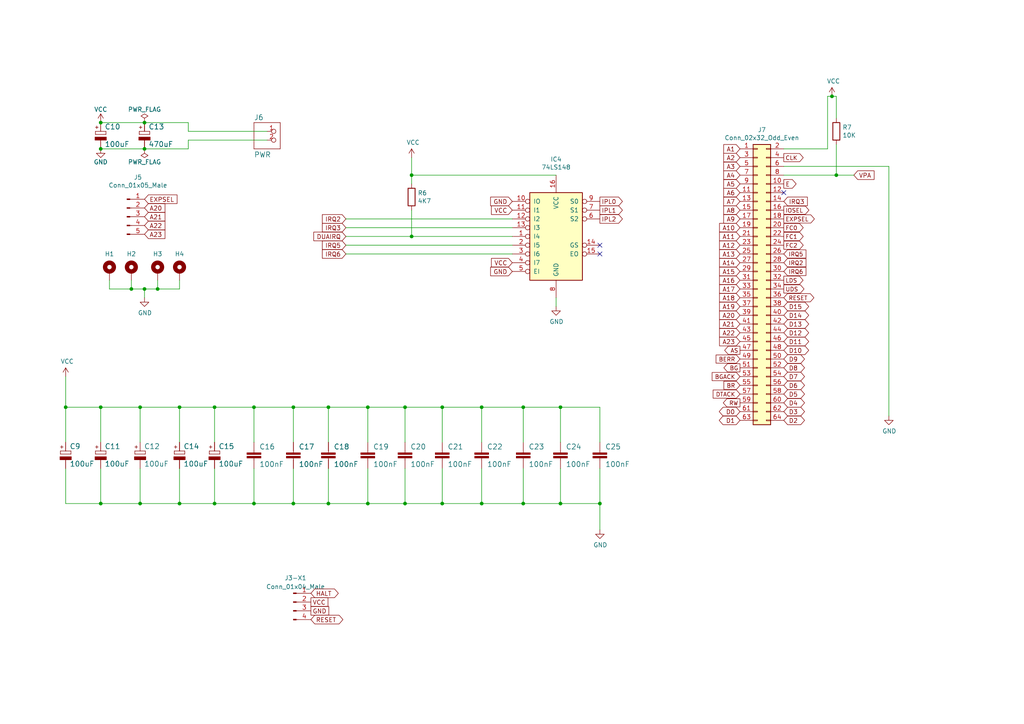
<source format=kicad_sch>
(kicad_sch (version 20230121) (generator eeschema)
  (paper "A4")
  (title_block (title "ROSCO_M68K MC68030 MINI EDITION") (date "2024-02-04") (rev "0") (company "The Really Old-School Company Limited") (comment 2 "See https://github.com/roscopeco/rosco_m68k/blob/master/LICENCE.hardware.txt") (comment 3 "Open Source Hardware licenced under CERN Open Hardware Licence") (comment 4 "Copyright 2024 Ross Bamford and Contributors"))
  (lib_symbols
    (symbol "74xx:74LS148" (pin_names (offset 1.016))
      (property "Reference" "U" (at -7.62 13.97 0))
      (property "Value" "74LS148" (at -7.62 -13.97 0))
      (symbol "74LS148_1_0"
        (pin input inverted (at -12.7 0 0) (length 5.08) (name "I4") (number "1"))
        (pin input inverted (at -12.7 10.16 0) (length 5.08) (name "IO") (number "10"))
        (pin input inverted (at -12.7 7.62 0) (length 5.08) (name "I1") (number "11"))
        (pin input inverted (at -12.7 5.08 0) (length 5.08) (name "I2") (number "12"))
        (pin input inverted (at -12.7 2.54 0) (length 5.08) (name "I3") (number "13"))
        (pin output inverted (at 12.7 -2.54 180) (length 5.08) (name "GS") (number "14"))
        (pin output inverted (at 12.7 -5.08 180) (length 5.08) (name "EO") (number "15"))
        (pin power_in line (at 0 17.78 270) (length 5.08) (name "VCC") (number "16"))
        (pin input inverted (at -12.7 -2.54 0) (length 5.08) (name "I5") (number "2"))
        (pin input inverted (at -12.7 -5.08 0) (length 5.08) (name "I6") (number "3"))
        (pin input inverted (at -12.7 -7.62 0) (length 5.08) (name "I7") (number "4"))
        (pin input inverted (at -12.7 -10.16 0) (length 5.08) (name "EI") (number "5"))
        (pin output inverted (at 12.7 5.08 180) (length 5.08) (name "S2") (number "6"))
        (pin output inverted (at 12.7 7.62 180) (length 5.08) (name "S1") (number "7"))
        (pin power_in line (at 0 -17.78 90) (length 5.08) (name "GND") (number "8"))
        (pin output inverted (at 12.7 10.16 180) (length 5.08) (name "S0") (number "9"))
      )
      (symbol "74LS148_1_1"
        (rectangle (start -7.62 12.7) (end 7.62 -12.7) (stroke (width 0.254)) (fill (type background)))
      )
    )
    (symbol "Connector:Conn_01x04_Pin" (pin_names (offset 1.016) hide)
      (property "Reference" "J" (at 0 5.08 0))
      (property "Value" "Conn_01x04_Pin" (at 0 -7.62 0))
      (symbol "Conn_01x04_Pin_1_1"
        (polyline (pts (xy 1.27 -5.08) (xy 0.8636 -5.08)) (stroke (width 0.1524)))
        (polyline (pts (xy 1.27 -2.54) (xy 0.8636 -2.54)) (stroke (width 0.1524)))
        (polyline (pts (xy 1.27 0) (xy 0.8636 0)) (stroke (width 0.1524)))
        (polyline (pts (xy 1.27 2.54) (xy 0.8636 2.54)) (stroke (width 0.1524)))
        (rectangle (start 0.8636 -4.953) (end 0 -5.207) (stroke (width 0.1524)) (fill (type outline)))
        (rectangle (start 0.8636 -2.413) (end 0 -2.667) (stroke (width 0.1524)) (fill (type outline)))
        (rectangle (start 0.8636 0.127) (end 0 -0.127) (stroke (width 0.1524)) (fill (type outline)))
        (rectangle (start 0.8636 2.667) (end 0 2.413) (stroke (width 0.1524)) (fill (type outline)))
        (pin passive line (at 5.08 2.54 180) (length 3.81) (name "Pin_1") (number "1"))
        (pin passive line (at 5.08 0 180) (length 3.81) (name "Pin_2") (number "2"))
        (pin passive line (at 5.08 -2.54 180) (length 3.81) (name "Pin_3") (number "3"))
        (pin passive line (at 5.08 -5.08 180) (length 3.81) (name "Pin_4") (number "4"))
      )
    )
    (symbol "Connector:Conn_01x05_Pin" (pin_names (offset 1.016) hide)
      (property "Reference" "J" (at 0 7.62 0))
      (property "Value" "Conn_01x05_Pin" (at 0 -7.62 0))
      (symbol "Conn_01x05_Pin_1_1"
        (polyline (pts (xy 1.27 -5.08) (xy 0.8636 -5.08)) (stroke (width 0.1524)))
        (polyline (pts (xy 1.27 -2.54) (xy 0.8636 -2.54)) (stroke (width 0.1524)))
        (polyline (pts (xy 1.27 0) (xy 0.8636 0)) (stroke (width 0.1524)))
        (polyline (pts (xy 1.27 2.54) (xy 0.8636 2.54)) (stroke (width 0.1524)))
        (polyline (pts (xy 1.27 5.08) (xy 0.8636 5.08)) (stroke (width 0.1524)))
        (rectangle (start 0.8636 -4.953) (end 0 -5.207) (stroke (width 0.1524)) (fill (type outline)))
        (rectangle (start 0.8636 -2.413) (end 0 -2.667) (stroke (width 0.1524)) (fill (type outline)))
        (rectangle (start 0.8636 0.127) (end 0 -0.127) (stroke (width 0.1524)) (fill (type outline)))
        (rectangle (start 0.8636 2.667) (end 0 2.413) (stroke (width 0.1524)) (fill (type outline)))
        (rectangle (start 0.8636 5.207) (end 0 4.953) (stroke (width 0.1524)) (fill (type outline)))
        (pin passive line (at 5.08 5.08 180) (length 3.81) (name "Pin_1") (number "1"))
        (pin passive line (at 5.08 2.54 180) (length 3.81) (name "Pin_2") (number "2"))
        (pin passive line (at 5.08 0 180) (length 3.81) (name "Pin_3") (number "3"))
        (pin passive line (at 5.08 -2.54 180) (length 3.81) (name "Pin_4") (number "4"))
        (pin passive line (at 5.08 -5.08 180) (length 3.81) (name "Pin_5") (number "5"))
      )
    )
    (symbol "Connector_Generic:Conn_02x32_Odd_Even" (pin_names (offset 1.016) hide)
      (property "Reference" "J" (at 1.27 40.64 0))
      (property "Value" "Conn_02x32_Odd_Even" (at 1.27 -43.18 0))
      (symbol "Conn_02x32_Odd_Even_1_1"
        (rectangle (start -1.27 -40.513) (end 0 -40.767) (stroke (width 0.1524)))
        (rectangle (start -1.27 -37.973) (end 0 -38.227) (stroke (width 0.1524)))
        (rectangle (start -1.27 -35.433) (end 0 -35.687) (stroke (width 0.1524)))
        (rectangle (start -1.27 -32.893) (end 0 -33.147) (stroke (width 0.1524)))
        (rectangle (start -1.27 -30.353) (end 0 -30.607) (stroke (width 0.1524)))
        (rectangle (start -1.27 -27.813) (end 0 -28.067) (stroke (width 0.1524)))
        (rectangle (start -1.27 -25.273) (end 0 -25.527) (stroke (width 0.1524)))
        (rectangle (start -1.27 -22.733) (end 0 -22.987) (stroke (width 0.1524)))
        (rectangle (start -1.27 -20.193) (end 0 -20.447) (stroke (width 0.1524)))
        (rectangle (start -1.27 -17.653) (end 0 -17.907) (stroke (width 0.1524)))
        (rectangle (start -1.27 -15.113) (end 0 -15.367) (stroke (width 0.1524)))
        (rectangle (start -1.27 -12.573) (end 0 -12.827) (stroke (width 0.1524)))
        (rectangle (start -1.27 -10.033) (end 0 -10.287) (stroke (width 0.1524)))
        (rectangle (start -1.27 -7.493) (end 0 -7.747) (stroke (width 0.1524)))
        (rectangle (start -1.27 -4.953) (end 0 -5.207) (stroke (width 0.1524)))
        (rectangle (start -1.27 -2.413) (end 0 -2.667) (stroke (width 0.1524)))
        (rectangle (start -1.27 0.127) (end 0 -0.127) (stroke (width 0.1524)))
        (rectangle (start -1.27 2.667) (end 0 2.413) (stroke (width 0.1524)))
        (rectangle (start -1.27 5.207) (end 0 4.953) (stroke (width 0.1524)))
        (rectangle (start -1.27 7.747) (end 0 7.493) (stroke (width 0.1524)))
        (rectangle (start -1.27 10.287) (end 0 10.033) (stroke (width 0.1524)))
        (rectangle (start -1.27 12.827) (end 0 12.573) (stroke (width 0.1524)))
        (rectangle (start -1.27 15.367) (end 0 15.113) (stroke (width 0.1524)))
        (rectangle (start -1.27 17.907) (end 0 17.653) (stroke (width 0.1524)))
        (rectangle (start -1.27 20.447) (end 0 20.193) (stroke (width 0.1524)))
        (rectangle (start -1.27 22.987) (end 0 22.733) (stroke (width 0.1524)))
        (rectangle (start -1.27 25.527) (end 0 25.273) (stroke (width 0.1524)))
        (rectangle (start -1.27 28.067) (end 0 27.813) (stroke (width 0.1524)))
        (rectangle (start -1.27 30.607) (end 0 30.353) (stroke (width 0.1524)))
        (rectangle (start -1.27 33.147) (end 0 32.893) (stroke (width 0.1524)))
        (rectangle (start -1.27 35.687) (end 0 35.433) (stroke (width 0.1524)))
        (rectangle (start -1.27 38.227) (end 0 37.973) (stroke (width 0.1524)))
        (rectangle (start -1.27 39.37) (end 3.81 -41.91) (stroke (width 0.254)) (fill (type background)))
        (rectangle (start 3.81 -40.513) (end 2.54 -40.767) (stroke (width 0.1524)))
        (rectangle (start 3.81 -37.973) (end 2.54 -38.227) (stroke (width 0.1524)))
        (rectangle (start 3.81 -35.433) (end 2.54 -35.687) (stroke (width 0.1524)))
        (rectangle (start 3.81 -32.893) (end 2.54 -33.147) (stroke (width 0.1524)))
        (rectangle (start 3.81 -30.353) (end 2.54 -30.607) (stroke (width 0.1524)))
        (rectangle (start 3.81 -27.813) (end 2.54 -28.067) (stroke (width 0.1524)))
        (rectangle (start 3.81 -25.273) (end 2.54 -25.527) (stroke (width 0.1524)))
        (rectangle (start 3.81 -22.733) (end 2.54 -22.987) (stroke (width 0.1524)))
        (rectangle (start 3.81 -20.193) (end 2.54 -20.447) (stroke (width 0.1524)))
        (rectangle (start 3.81 -17.653) (end 2.54 -17.907) (stroke (width 0.1524)))
        (rectangle (start 3.81 -15.113) (end 2.54 -15.367) (stroke (width 0.1524)))
        (rectangle (start 3.81 -12.573) (end 2.54 -12.827) (stroke (width 0.1524)))
        (rectangle (start 3.81 -10.033) (end 2.54 -10.287) (stroke (width 0.1524)))
        (rectangle (start 3.81 -7.493) (end 2.54 -7.747) (stroke (width 0.1524)))
        (rectangle (start 3.81 -4.953) (end 2.54 -5.207) (stroke (width 0.1524)))
        (rectangle (start 3.81 -2.413) (end 2.54 -2.667) (stroke (width 0.1524)))
        (rectangle (start 3.81 0.127) (end 2.54 -0.127) (stroke (width 0.1524)))
        (rectangle (start 3.81 2.667) (end 2.54 2.413) (stroke (width 0.1524)))
        (rectangle (start 3.81 5.207) (end 2.54 4.953) (stroke (width 0.1524)))
        (rectangle (start 3.81 7.747) (end 2.54 7.493) (stroke (width 0.1524)))
        (rectangle (start 3.81 10.287) (end 2.54 10.033) (stroke (width 0.1524)))
        (rectangle (start 3.81 12.827) (end 2.54 12.573) (stroke (width 0.1524)))
        (rectangle (start 3.81 15.367) (end 2.54 15.113) (stroke (width 0.1524)))
        (rectangle (start 3.81 17.907) (end 2.54 17.653) (stroke (width 0.1524)))
        (rectangle (start 3.81 20.447) (end 2.54 20.193) (stroke (width 0.1524)))
        (rectangle (start 3.81 22.987) (end 2.54 22.733) (stroke (width 0.1524)))
        (rectangle (start 3.81 25.527) (end 2.54 25.273) (stroke (width 0.1524)))
        (rectangle (start 3.81 28.067) (end 2.54 27.813) (stroke (width 0.1524)))
        (rectangle (start 3.81 30.607) (end 2.54 30.353) (stroke (width 0.1524)))
        (rectangle (start 3.81 33.147) (end 2.54 32.893) (stroke (width 0.1524)))
        (rectangle (start 3.81 35.687) (end 2.54 35.433) (stroke (width 0.1524)))
        (rectangle (start 3.81 38.227) (end 2.54 37.973) (stroke (width 0.1524)))
        (pin passive line (at -5.08 38.1 0) (length 3.81) (name "Pin_1") (number "1"))
        (pin passive line (at 7.62 27.94 180) (length 3.81) (name "Pin_10") (number "10"))
        (pin passive line (at -5.08 25.4 0) (length 3.81) (name "Pin_11") (number "11"))
        (pin passive line (at 7.62 25.4 180) (length 3.81) (name "Pin_12") (number "12"))
        (pin passive line (at -5.08 22.86 0) (length 3.81) (name "Pin_13") (number "13"))
        (pin passive line (at 7.62 22.86 180) (length 3.81) (name "Pin_14") (number "14"))
        (pin passive line (at -5.08 20.32 0) (length 3.81) (name "Pin_15") (number "15"))
        (pin passive line (at 7.62 20.32 180) (length 3.81) (name "Pin_16") (number "16"))
        (pin passive line (at -5.08 17.78 0) (length 3.81) (name "Pin_17") (number "17"))
        (pin passive line (at 7.62 17.78 180) (length 3.81) (name "Pin_18") (number "18"))
        (pin passive line (at -5.08 15.24 0) (length 3.81) (name "Pin_19") (number "19"))
        (pin passive line (at 7.62 38.1 180) (length 3.81) (name "Pin_2") (number "2"))
        (pin passive line (at 7.62 15.24 180) (length 3.81) (name "Pin_20") (number "20"))
        (pin passive line (at -5.08 12.7 0) (length 3.81) (name "Pin_21") (number "21"))
        (pin passive line (at 7.62 12.7 180) (length 3.81) (name "Pin_22") (number "22"))
        (pin passive line (at -5.08 10.16 0) (length 3.81) (name "Pin_23") (number "23"))
        (pin passive line (at 7.62 10.16 180) (length 3.81) (name "Pin_24") (number "24"))
        (pin passive line (at -5.08 7.62 0) (length 3.81) (name "Pin_25") (number "25"))
        (pin passive line (at 7.62 7.62 180) (length 3.81) (name "Pin_26") (number "26"))
        (pin passive line (at -5.08 5.08 0) (length 3.81) (name "Pin_27") (number "27"))
        (pin passive line (at 7.62 5.08 180) (length 3.81) (name "Pin_28") (number "28"))
        (pin passive line (at -5.08 2.54 0) (length 3.81) (name "Pin_29") (number "29"))
        (pin passive line (at -5.08 35.56 0) (length 3.81) (name "Pin_3") (number "3"))
        (pin passive line (at 7.62 2.54 180) (length 3.81) (name "Pin_30") (number "30"))
        (pin passive line (at -5.08 0 0) (length 3.81) (name "Pin_31") (number "31"))
        (pin passive line (at 7.62 0 180) (length 3.81) (name "Pin_32") (number "32"))
        (pin passive line (at -5.08 -2.54 0) (length 3.81) (name "Pin_33") (number "33"))
        (pin passive line (at 7.62 -2.54 180) (length 3.81) (name "Pin_34") (number "34"))
        (pin passive line (at -5.08 -5.08 0) (length 3.81) (name "Pin_35") (number "35"))
        (pin passive line (at 7.62 -5.08 180) (length 3.81) (name "Pin_36") (number "36"))
        (pin passive line (at -5.08 -7.62 0) (length 3.81) (name "Pin_37") (number "37"))
        (pin passive line (at 7.62 -7.62 180) (length 3.81) (name "Pin_38") (number "38"))
        (pin passive line (at -5.08 -10.16 0) (length 3.81) (name "Pin_39") (number "39"))
        (pin passive line (at 7.62 35.56 180) (length 3.81) (name "Pin_4") (number "4"))
        (pin passive line (at 7.62 -10.16 180) (length 3.81) (name "Pin_40") (number "40"))
        (pin passive line (at -5.08 -12.7 0) (length 3.81) (name "Pin_41") (number "41"))
        (pin passive line (at 7.62 -12.7 180) (length 3.81) (name "Pin_42") (number "42"))
        (pin passive line (at -5.08 -15.24 0) (length 3.81) (name "Pin_43") (number "43"))
        (pin passive line (at 7.62 -15.24 180) (length 3.81) (name "Pin_44") (number "44"))
        (pin passive line (at -5.08 -17.78 0) (length 3.81) (name "Pin_45") (number "45"))
        (pin passive line (at 7.62 -17.78 180) (length 3.81) (name "Pin_46") (number "46"))
        (pin passive line (at -5.08 -20.32 0) (length 3.81) (name "Pin_47") (number "47"))
        (pin passive line (at 7.62 -20.32 180) (length 3.81) (name "Pin_48") (number "48"))
        (pin passive line (at -5.08 -22.86 0) (length 3.81) (name "Pin_49") (number "49"))
        (pin passive line (at -5.08 33.02 0) (length 3.81) (name "Pin_5") (number "5"))
        (pin passive line (at 7.62 -22.86 180) (length 3.81) (name "Pin_50") (number "50"))
        (pin passive line (at -5.08 -25.4 0) (length 3.81) (name "Pin_51") (number "51"))
        (pin passive line (at 7.62 -25.4 180) (length 3.81) (name "Pin_52") (number "52"))
        (pin passive line (at -5.08 -27.94 0) (length 3.81) (name "Pin_53") (number "53"))
        (pin passive line (at 7.62 -27.94 180) (length 3.81) (name "Pin_54") (number "54"))
        (pin passive line (at -5.08 -30.48 0) (length 3.81) (name "Pin_55") (number "55"))
        (pin passive line (at 7.62 -30.48 180) (length 3.81) (name "Pin_56") (number "56"))
        (pin passive line (at -5.08 -33.02 0) (length 3.81) (name "Pin_57") (number "57"))
        (pin passive line (at 7.62 -33.02 180) (length 3.81) (name "Pin_58") (number "58"))
        (pin passive line (at -5.08 -35.56 0) (length 3.81) (name "Pin_59") (number "59"))
        (pin passive line (at 7.62 33.02 180) (length 3.81) (name "Pin_6") (number "6"))
        (pin passive line (at 7.62 -35.56 180) (length 3.81) (name "Pin_60") (number "60"))
        (pin passive line (at -5.08 -38.1 0) (length 3.81) (name "Pin_61") (number "61"))
        (pin passive line (at 7.62 -38.1 180) (length 3.81) (name "Pin_62") (number "62"))
        (pin passive line (at -5.08 -40.64 0) (length 3.81) (name "Pin_63") (number "63"))
        (pin passive line (at 7.62 -40.64 180) (length 3.81) (name "Pin_64") (number "64"))
        (pin passive line (at -5.08 30.48 0) (length 3.81) (name "Pin_7") (number "7"))
        (pin passive line (at 7.62 30.48 180) (length 3.81) (name "Pin_8") (number "8"))
        (pin passive line (at -5.08 27.94 0) (length 3.81) (name "Pin_9") (number "9"))
      )
    )
    (symbol "Device:R" (pin_numbers hide) (pin_names (offset 0))
      (property "Reference" "R" (at 2.032 0 90))
      (property "Value" "R" (at 0 0 90))
      (symbol "R_0_1"
        (rectangle (start -1.016 -2.54) (end 1.016 2.54) (stroke (width 0.254)))
      )
      (symbol "R_1_1"
        (pin passive line (at 0 3.81 270) (length 1.27) (name "~") (number "1"))
        (pin passive line (at 0 -3.81 90) (length 1.27) (name "~") (number "2"))
      )
    )
    (symbol "Mechanical:MountingHole_Pad" (pin_numbers hide) (pin_names (offset 1.016) hide)
      (property "Reference" "H" (at 0 6.35 0))
      (property "Value" "MountingHole_Pad" (at 0 4.445 0))
      (symbol "MountingHole_Pad_0_1"
        (circle (center 0 1.27) (radius 1.27) (stroke (width 1.27)))
      )
      (symbol "MountingHole_Pad_1_1"
        (pin input line (at 0 -2.54 90) (length 2.54) (name "1") (number "1"))
      )
    )
    (symbol "power:GND" (power) (pin_names (offset 0))
      (property "Value" "GND" (at 0 -3.81 0))
      (symbol "GND_0_1"
        (polyline (pts (xy 0 0) (xy 0 -1.27) (xy 1.27 -1.27) (xy 0 -2.54) (xy -1.27 -1.27) (xy 0 -1.27)))
      )
      (symbol "GND_1_1"
        (pin power_in line (at 0 0 270) (length 0) hide (name "GND") (number "1"))
      )
    )
    (symbol "power:PWR_FLAG" (power) (pin_numbers hide) (pin_names (offset 0) hide)
      (property "Value" "PWR_FLAG" (at 0 3.81 0))
      (symbol "PWR_FLAG_0_0"
        (pin power_out line (at 0 0 90) (length 0) (name "pwr") (number "1"))
      )
      (symbol "PWR_FLAG_0_1"
        (polyline (pts (xy 0 0) (xy 0 1.27) (xy -1.016 1.905) (xy 0 2.54) (xy 1.016 1.905) (xy 0 1.27)))
      )
    )
    (symbol "power:VCC" (power) (pin_names (offset 0))
      (property "Value" "VCC" (at 0 3.81 0))
      (symbol "VCC_0_1"
        (polyline (pts (xy -0.762 1.27) (xy 0 2.54)))
        (polyline (pts (xy 0 0) (xy 0 2.54)))
        (polyline (pts (xy 0 2.54) (xy 0.762 1.27)))
      )
      (symbol "VCC_1_1"
        (pin power_in line (at 0 0 90) (length 0) hide (name "VCC") (number "1"))
      )
    )
    (symbol "rosco_m68k-eagle-import:C2,5-3" (pin_names (offset 1.016))
      (property "Reference" "C" (at 1.524 0.381 0))
      (property "Value" "C2,5-3" (at 1.524 -4.699 0))
      (symbol "C2,5-3_1_0"
        (rectangle (start -2.032 -2.032) (end 2.032 -1.524) (fill (type outline)))
        (rectangle (start -2.032 -1.016) (end 2.032 -0.508) (fill (type outline)))
        (polyline (pts (xy 0 -2.54) (xy 0 -2.032)))
        (polyline (pts (xy 0 0) (xy 0 -0.508)))
        (pin passive line (at 0 2.54 270) (length 2.54) (name "1") (number "1"))
        (pin passive line (at 0 -5.08 90) (length 2.54) (name "2") (number "2"))
      )
    )
    (symbol "rosco_m68k-eagle-import:CPOL-EUE2.5-5" (pin_names (offset 1.016))
      (property "Reference" "C" (at 1.143 0.4826 0))
      (property "Value" "CPOL-EUE2.5-5" (at 1.143 -4.5974 0))
      (symbol "CPOL-EUE2.5-5_1_0"
        (rectangle (start -1.651 -2.54) (end 1.651 -1.651) (fill (type outline)))
        (polyline (pts (xy -1.524 -0.889) (xy 1.524 -0.889)))
        (polyline (pts (xy -1.524 0) (xy -1.524 -0.889)))
        (polyline (pts (xy -1.524 0) (xy 1.524 0)))
        (polyline (pts (xy 1.524 -0.889) (xy 1.524 0)))
        (text "+" (at -0.5842 0.4064 900) (effects (font (size 1.0668 1.0668)) (justify left bottom)))
        (pin passive line (at 0 2.54 270) (length 2.54) (name "+") (number "+"))
        (pin passive line (at 0 -5.08 90) (length 2.54) (name "-") (number "-"))
      )
    )
    (symbol "rosco_m68k-eagle-import:CPOL-EUE3.5-10" (pin_names (offset 1.016))
      (property "Reference" "C" (at 1.143 0.4826 0))
      (property "Value" "CPOL-EUE3.5-10" (at 1.143 -4.5974 0))
      (symbol "CPOL-EUE3.5-10_1_0"
        (rectangle (start -1.651 -2.54) (end 1.651 -1.651) (fill (type outline)))
        (polyline (pts (xy -1.524 -0.889) (xy 1.524 -0.889)))
        (polyline (pts (xy -1.524 0) (xy -1.524 -0.889)))
        (polyline (pts (xy -1.524 0) (xy 1.524 0)))
        (polyline (pts (xy 1.524 -0.889) (xy 1.524 0)))
        (text "+" (at -0.5842 0.4064 900) (effects (font (size 1.0668 1.0668)) (justify left bottom)))
        (pin passive line (at 0 2.54 270) (length 2.54) (name "+") (number "+"))
        (pin passive line (at 0 -5.08 90) (length 2.54) (name "-") (number "-"))
      )
    )
    (symbol "rosco_m68k-eagle-import:PINHD-1X2" (pin_names (offset 1.016))
      (property "Reference" "JP" (at -6.35 5.715 0))
      (property "Value" "PINHD-1X2" (at -6.35 -5.08 0))
      (symbol "PINHD-1X2_1_0"
        (polyline (pts (xy -6.35 -2.54) (xy 1.27 -2.54)))
        (polyline (pts (xy -6.35 5.08) (xy -6.35 -2.54)))
        (polyline (pts (xy 1.27 -2.54) (xy 1.27 5.08)))
        (polyline (pts (xy 1.27 5.08) (xy -6.35 5.08)))
        (pin passive inverted (at -2.54 2.54 0) (length 2.54) (name "1") (number "1"))
        (pin passive inverted (at -2.54 0 0) (length 2.54) (name "2") (number "2"))
      )
    )
  )
  (junction (at 38.1 83.82))
  (junction (at 52.07 146.05))
  (junction (at 151.765 118.11))
  (junction (at 106.68 146.05))
  (junction (at 85.09 118.11))
  (junction (at 119.38 68.58))
  (junction (at 41.91 43.18))
  (junction (at 139.7 118.11))
  (junction (at 241.3 27.94))
  (junction (at 173.99 146.05))
  (junction (at 95.25 146.05))
  (junction (at 242.57 50.8))
  (junction (at 106.68 118.11))
  (junction (at 73.66 118.11))
  (junction (at 52.07 118.11))
  (junction (at 128.27 118.11))
  (junction (at 19.05 118.11))
  (junction (at 117.475 118.11))
  (junction (at 29.21 146.05))
  (junction (at 162.56 118.11))
  (junction (at 151.765 146.05))
  (junction (at 29.21 43.18))
  (junction (at 85.09 146.05))
  (junction (at 45.72 83.82))
  (junction (at 119.38 50.8))
  (junction (at 117.475 146.05))
  (junction (at 139.7 146.05))
  (junction (at 41.91 35.56))
  (junction (at 73.66 146.05))
  (junction (at 40.64 118.11))
  (junction (at 29.21 118.11))
  (junction (at 29.21 35.56))
  (junction (at 162.56 146.05))
  (junction (at 62.23 146.05))
  (junction (at 40.64 146.05))
  (junction (at 41.91 83.82))
  (junction (at 128.27 146.05))
  (junction (at 95.25 118.11))
  (junction (at 62.23 118.11))
  (no_connect (at 173.99 73.66))
  (no_connect (at 173.99 71.12))
  (no_connect (at 227.33 55.88))
  (wire (pts (xy 19.05 109.22) (xy 19.05 118.11)))
  (wire (pts (xy 52.07 135.89) (xy 52.07 146.05)))
  (wire (pts (xy 119.38 45.72) (xy 119.38 50.8)))
  (wire (pts (xy 128.27 128.27) (xy 128.27 118.11)))
  (wire (pts (xy 41.91 83.82) (xy 41.91 86.36)))
  (wire (pts (xy 52.07 128.27) (xy 52.07 118.11)))
  (wire (pts (xy 173.99 135.89) (xy 173.99 146.05)))
  (wire (pts (xy 139.7 118.11) (xy 128.27 118.11)))
  (wire (pts (xy 117.475 135.89) (xy 117.475 146.05)))
  (wire (pts (xy 31.75 83.82) (xy 38.1 83.82)))
  (wire (pts (xy 73.66 118.11) (xy 73.66 128.27)))
  (wire (pts (xy 242.57 50.8) (xy 247.65 50.8)))
  (wire (pts (xy 119.38 53.34) (xy 119.38 50.8)))
  (wire (pts (xy 162.56 118.11) (xy 173.99 118.11)))
  (wire (pts (xy 117.475 118.11) (xy 117.475 128.27)))
  (wire (pts (xy 19.05 146.05) (xy 29.21 146.05)))
  (wire (pts (xy 106.68 135.89) (xy 106.68 146.05)))
  (wire (pts (xy 106.68 128.27) (xy 106.68 118.11)))
  (wire (pts (xy 85.09 146.05) (xy 95.25 146.05)))
  (wire (pts (xy 106.68 118.11) (xy 117.475 118.11)))
  (wire (pts (xy 100.33 66.04) (xy 148.59 66.04)))
  (wire (pts (xy 85.09 118.11) (xy 85.09 128.27)))
  (wire (pts (xy 62.23 128.27) (xy 62.23 118.11)))
  (wire (pts (xy 95.25 146.05) (xy 106.68 146.05)))
  (wire (pts (xy 100.33 71.12) (xy 148.59 71.12)))
  (wire (pts (xy 227.33 43.18) (xy 240.03 43.18)))
  (wire (pts (xy 139.7 135.89) (xy 139.7 146.05)))
  (wire (pts (xy 100.33 68.58) (xy 119.38 68.58)))
  (wire (pts (xy 119.38 60.96) (xy 119.38 68.58)))
  (wire (pts (xy 73.66 146.05) (xy 85.09 146.05)))
  (wire (pts (xy 240.03 27.94) (xy 240.03 43.18)))
  (wire (pts (xy 151.765 118.11) (xy 162.56 118.11)))
  (wire (pts (xy 40.64 146.05) (xy 52.07 146.05)))
  (wire (pts (xy 54.61 35.56) (xy 41.91 35.56)))
  (wire (pts (xy 227.33 50.8) (xy 242.57 50.8)))
  (wire (pts (xy 19.05 135.89) (xy 19.05 146.05)))
  (wire (pts (xy 139.7 118.11) (xy 151.765 118.11)))
  (wire (pts (xy 161.29 86.36) (xy 161.29 88.9)))
  (wire (pts (xy 52.07 146.05) (xy 62.23 146.05)))
  (wire (pts (xy 41.91 35.56) (xy 29.21 35.56)))
  (wire (pts (xy 45.72 81.28) (xy 45.72 83.82)))
  (wire (pts (xy 77.47 38.1) (xy 54.61 38.1)))
  (wire (pts (xy 29.21 146.05) (xy 40.64 146.05)))
  (wire (pts (xy 151.765 135.89) (xy 151.765 146.05)))
  (wire (pts (xy 162.56 135.89) (xy 162.56 146.05)))
  (wire (pts (xy 128.27 146.05) (xy 139.7 146.05)))
  (wire (pts (xy 38.1 83.82) (xy 41.91 83.82)))
  (wire (pts (xy 148.59 68.58) (xy 119.38 68.58)))
  (wire (pts (xy 52.07 118.11) (xy 40.64 118.11)))
  (wire (pts (xy 29.21 118.11) (xy 19.05 118.11)))
  (wire (pts (xy 40.64 118.11) (xy 29.21 118.11)))
  (wire (pts (xy 257.81 48.26) (xy 257.81 120.65)))
  (wire (pts (xy 242.57 34.29) (xy 242.57 27.94)))
  (wire (pts (xy 173.99 128.27) (xy 173.99 118.11)))
  (wire (pts (xy 41.91 83.82) (xy 45.72 83.82)))
  (wire (pts (xy 242.57 27.94) (xy 241.3 27.94)))
  (wire (pts (xy 117.475 146.05) (xy 128.27 146.05)))
  (wire (pts (xy 40.64 135.89) (xy 40.64 146.05)))
  (wire (pts (xy 73.66 135.89) (xy 73.66 146.05)))
  (wire (pts (xy 241.3 27.94) (xy 240.03 27.94)))
  (wire (pts (xy 45.72 83.82) (xy 52.07 83.82)))
  (wire (pts (xy 19.05 118.11) (xy 19.05 128.27)))
  (wire (pts (xy 77.47 40.64) (xy 54.61 40.64)))
  (wire (pts (xy 62.23 146.05) (xy 73.66 146.05)))
  (wire (pts (xy 95.25 128.27) (xy 95.25 118.11)))
  (wire (pts (xy 106.68 146.05) (xy 117.475 146.05)))
  (wire (pts (xy 54.61 38.1) (xy 54.61 35.56)))
  (wire (pts (xy 242.57 41.91) (xy 242.57 50.8)))
  (wire (pts (xy 173.99 153.67) (xy 173.99 146.05)))
  (wire (pts (xy 62.23 118.11) (xy 52.07 118.11)))
  (wire (pts (xy 227.33 48.26) (xy 257.81 48.26)))
  (wire (pts (xy 162.56 146.05) (xy 173.99 146.05)))
  (wire (pts (xy 73.66 118.11) (xy 62.23 118.11)))
  (wire (pts (xy 151.765 146.05) (xy 162.56 146.05)))
  (wire (pts (xy 54.61 40.64) (xy 54.61 43.18)))
  (wire (pts (xy 151.765 118.11) (xy 151.765 128.27)))
  (wire (pts (xy 106.68 118.11) (xy 95.25 118.11)))
  (wire (pts (xy 100.33 73.66) (xy 148.59 73.66)))
  (wire (pts (xy 62.23 135.89) (xy 62.23 146.05)))
  (wire (pts (xy 117.475 118.11) (xy 128.27 118.11)))
  (wire (pts (xy 41.91 43.18) (xy 29.21 43.18)))
  (wire (pts (xy 100.33 63.5) (xy 148.59 63.5)))
  (wire (pts (xy 54.61 43.18) (xy 41.91 43.18)))
  (wire (pts (xy 85.09 118.11) (xy 95.25 118.11)))
  (wire (pts (xy 85.09 135.89) (xy 85.09 146.05)))
  (wire (pts (xy 29.21 128.27) (xy 29.21 118.11)))
  (wire (pts (xy 119.38 50.8) (xy 161.29 50.8)))
  (wire (pts (xy 40.64 128.27) (xy 40.64 118.11)))
  (wire (pts (xy 139.7 128.27) (xy 139.7 118.11)))
  (wire (pts (xy 139.7 146.05) (xy 151.765 146.05)))
  (wire (pts (xy 38.1 81.28) (xy 38.1 83.82)))
  (wire (pts (xy 95.25 135.89) (xy 95.25 146.05)))
  (wire (pts (xy 29.21 135.89) (xy 29.21 146.05)))
  (wire (pts (xy 52.07 81.28) (xy 52.07 83.82)))
  (wire (pts (xy 128.27 135.89) (xy 128.27 146.05)))
  (wire (pts (xy 73.66 118.11) (xy 85.09 118.11)))
  (wire (pts (xy 31.75 81.28) (xy 31.75 83.82)))
  (wire (pts (xy 162.56 118.11) (xy 162.56 128.27)))
  (global_label "IPL2" (shape output) (at 173.99 63.5 0) (property "Intersheetrefs" "${INTERSHEET_REFS}" (effects hide)))
  (global_label "GND" (shape input) (at 148.59 58.42 180) (property "Intersheetrefs" "${INTERSHEET_REFS}" (effects hide)))
  (global_label "D9" (shape bidirectional) (at 227.33 104.14 0) (property "Intersheetrefs" "${INTERSHEET_REFS}" (effects hide)))
  (global_label "IPL0" (shape output) (at 173.99 58.42 0) (property "Intersheetrefs" "${INTERSHEET_REFS}" (effects hide)))
  (global_label "A5" (shape input) (at 214.63 53.34 180) (property "Intersheetrefs" "${INTERSHEET_REFS}" (effects hide)))
  (global_label "VCC" (shape input) (at 148.59 60.96 180) (property "Intersheetrefs" "${INTERSHEET_REFS}" (effects hide)))
  (global_label "IRQ3" (shape input) (at 227.33 58.42 0) (property "Intersheetrefs" "${INTERSHEET_REFS}" (effects hide)))
  (global_label "D0" (shape bidirectional) (at 214.63 119.38 180) (property "Intersheetrefs" "${INTERSHEET_REFS}" (effects hide)))
  (global_label "A11" (shape input) (at 214.63 68.58 180) (property "Intersheetrefs" "${INTERSHEET_REFS}" (effects hide)))
  (global_label "A6" (shape input) (at 214.63 55.88 180) (property "Intersheetrefs" "${INTERSHEET_REFS}" (effects hide)))
  (global_label "A19" (shape input) (at 214.63 88.9 180) (property "Intersheetrefs" "${INTERSHEET_REFS}" (effects hide)))
  (global_label "D7" (shape bidirectional) (at 227.33 109.22 0) (property "Intersheetrefs" "${INTERSHEET_REFS}" (effects hide)))
  (global_label "FC0" (shape output) (at 227.33 66.04 0) (effects (font (size 1.1938 1.1938))) (property "Intersheetrefs" "${INTERSHEET_REFS}" (effects hide)))
  (global_label "A15" (shape input) (at 214.63 78.74 180) (property "Intersheetrefs" "${INTERSHEET_REFS}" (effects hide)))
  (global_label "A18" (shape input) (at 214.63 86.36 180) (property "Intersheetrefs" "${INTERSHEET_REFS}" (effects hide)))
  (global_label "A9" (shape input) (at 214.63 63.5 180) (property "Intersheetrefs" "${INTERSHEET_REFS}" (effects hide)))
  (global_label "D4" (shape bidirectional) (at 227.33 116.84 0) (property "Intersheetrefs" "${INTERSHEET_REFS}" (effects hide)))
  (global_label "AS" (shape output) (at 214.63 101.6 180) (effects (font (size 1.1938 1.1938))) (property "Intersheetrefs" "${INTERSHEET_REFS}" (effects hide)))
  (global_label "A21" (shape input) (at 41.91 62.865 0) (property "Intersheetrefs" "${INTERSHEET_REFS}" (effects hide)))
  (global_label "BR" (shape input) (at 214.63 111.76 180) (effects (font (size 1.1938 1.1938))) (property "Intersheetrefs" "${INTERSHEET_REFS}" (effects hide)))
  (global_label "A21" (shape input) (at 214.63 93.98 180) (property "Intersheetrefs" "${INTERSHEET_REFS}" (effects hide)))
  (global_label "IOSEL" (shape output) (at 227.33 60.96 0) (effects (font (size 1.1938 1.1938))) (property "Intersheetrefs" "${INTERSHEET_REFS}" (effects hide)))
  (global_label "A8" (shape input) (at 214.63 60.96 180) (property "Intersheetrefs" "${INTERSHEET_REFS}" (effects hide)))
  (global_label "EXPSEL" (shape input) (at 41.91 57.785 0) (property "Intersheetrefs" "${INTERSHEET_REFS}" (effects hide)))
  (global_label "E" (shape output) (at 227.33 53.34 0) (property "Intersheetrefs" "${INTERSHEET_REFS}" (effects hide)))
  (global_label "A2" (shape input) (at 214.63 45.72 180) (property "Intersheetrefs" "${INTERSHEET_REFS}" (effects hide)))
  (global_label "D2" (shape bidirectional) (at 227.33 121.92 0) (property "Intersheetrefs" "${INTERSHEET_REFS}" (effects hide)))
  (global_label "A14" (shape input) (at 214.63 76.2 180) (property "Intersheetrefs" "${INTERSHEET_REFS}" (effects hide)))
  (global_label "RESET" (shape bidirectional) (at 90.17 179.705 0) (property "Intersheetrefs" "${INTERSHEET_REFS}" (effects hide)))
  (global_label "IRQ5" (shape input) (at 100.33 71.12 180) (property "Intersheetrefs" "${INTERSHEET_REFS}" (effects hide)))
  (global_label "IRQ5" (shape input) (at 227.33 73.66 0) (effects (font (size 1.1938 1.1938))) (property "Intersheetrefs" "${INTERSHEET_REFS}" (effects hide)))
  (global_label "GND" (shape passive) (at 90.17 177.165 0) (property "Intersheetrefs" "${INTERSHEET_REFS}" (effects hide)))
  (global_label "IPL1" (shape output) (at 173.99 60.96 0) (property "Intersheetrefs" "${INTERSHEET_REFS}" (effects hide)))
  (global_label "BGACK" (shape input) (at 214.63 109.22 180) (effects (font (size 1.1938 1.1938))) (property "Intersheetrefs" "${INTERSHEET_REFS}" (effects hide)))
  (global_label "IRQ2" (shape input) (at 100.33 63.5 180) (property "Intersheetrefs" "${INTERSHEET_REFS}" (effects hide)))
  (global_label "FC1" (shape output) (at 227.33 68.58 0) (effects (font (size 1.1938 1.1938))) (property "Intersheetrefs" "${INTERSHEET_REFS}" (effects hide)))
  (global_label "D12" (shape bidirectional) (at 227.33 96.52 0) (property "Intersheetrefs" "${INTERSHEET_REFS}" (effects hide)))
  (global_label "VCC" (shape input) (at 148.59 76.2 180) (property "Intersheetrefs" "${INTERSHEET_REFS}" (effects hide)))
  (global_label "IRQ6" (shape input) (at 100.33 73.66 180) (property "Intersheetrefs" "${INTERSHEET_REFS}" (effects hide)))
  (global_label "RW" (shape output) (at 214.63 116.84 180) (effects (font (size 1.1938 1.1938))) (property "Intersheetrefs" "${INTERSHEET_REFS}" (effects hide)))
  (global_label "A17" (shape input) (at 214.63 83.82 180) (property "Intersheetrefs" "${INTERSHEET_REFS}" (effects hide)))
  (global_label "A20" (shape input) (at 214.63 91.44 180) (property "Intersheetrefs" "${INTERSHEET_REFS}" (effects hide)))
  (global_label "A20" (shape input) (at 41.91 60.325 0) (property "Intersheetrefs" "${INTERSHEET_REFS}" (effects hide)))
  (global_label "EXPSEL" (shape output) (at 227.33 63.5 0) (effects (font (size 1.1938 1.1938))) (property "Intersheetrefs" "${INTERSHEET_REFS}" (effects hide)))
  (global_label "FC2" (shape output) (at 227.33 71.12 0) (effects (font (size 1.1938 1.1938))) (property "Intersheetrefs" "${INTERSHEET_REFS}" (effects hide)))
  (global_label "D10" (shape bidirectional) (at 227.33 101.6 0) (property "Intersheetrefs" "${INTERSHEET_REFS}" (effects hide)))
  (global_label "BG" (shape output) (at 214.63 106.68 180) (effects (font (size 1.1938 1.1938))) (property "Intersheetrefs" "${INTERSHEET_REFS}" (effects hide)))
  (global_label "CLK" (shape output) (at 227.33 45.72 0) (effects (font (size 1.1938 1.1938))) (property "Intersheetrefs" "${INTERSHEET_REFS}" (effects hide)))
  (global_label "D8" (shape bidirectional) (at 227.33 106.68 0) (property "Intersheetrefs" "${INTERSHEET_REFS}" (effects hide)))
  (global_label "D3" (shape bidirectional) (at 227.33 119.38 0) (property "Intersheetrefs" "${INTERSHEET_REFS}" (effects hide)))
  (global_label "A4" (shape input) (at 214.63 50.8 180) (property "Intersheetrefs" "${INTERSHEET_REFS}" (effects hide)))
  (global_label "D11" (shape bidirectional) (at 227.33 99.06 0) (property "Intersheetrefs" "${INTERSHEET_REFS}" (effects hide)))
  (global_label "A13" (shape input) (at 214.63 73.66 180) (property "Intersheetrefs" "${INTERSHEET_REFS}" (effects hide)))
  (global_label "IRQ6" (shape input) (at 227.33 78.74 0) (effects (font (size 1.1938 1.1938))) (property "Intersheetrefs" "${INTERSHEET_REFS}" (effects hide)))
  (global_label "A22" (shape input) (at 41.91 65.405 0) (property "Intersheetrefs" "${INTERSHEET_REFS}" (effects hide)))
  (global_label "D13" (shape bidirectional) (at 227.33 93.98 0) (property "Intersheetrefs" "${INTERSHEET_REFS}" (effects hide)))
  (global_label "A22" (shape input) (at 214.63 96.52 180) (property "Intersheetrefs" "${INTERSHEET_REFS}" (effects hide)))
  (global_label "A10" (shape input) (at 214.63 66.04 180) (property "Intersheetrefs" "${INTERSHEET_REFS}" (effects hide)))
  (global_label "A7" (shape input) (at 214.63 58.42 180) (property "Intersheetrefs" "${INTERSHEET_REFS}" (effects hide)))
  (global_label "GND" (shape input) (at 148.59 78.74 180) (property "Intersheetrefs" "${INTERSHEET_REFS}" (effects hide)))
  (global_label "LDS" (shape output) (at 227.33 81.28 0) (effects (font (size 1.1938 1.1938))) (property "Intersheetrefs" "${INTERSHEET_REFS}" (effects hide)))
  (global_label "D5" (shape bidirectional) (at 227.33 114.3 0) (property "Intersheetrefs" "${INTERSHEET_REFS}" (effects hide)))
  (global_label "VCC" (shape passive) (at 90.17 174.625 0) (property "Intersheetrefs" "${INTERSHEET_REFS}" (effects hide)))
  (global_label "A1" (shape input) (at 214.63 43.18 180) (property "Intersheetrefs" "${INTERSHEET_REFS}" (effects hide)))
  (global_label "IRQ2" (shape input) (at 227.33 76.2 0) (effects (font (size 1.1938 1.1938))) (property "Intersheetrefs" "${INTERSHEET_REFS}" (effects hide)))
  (global_label "HALT" (shape bidirectional) (at 90.17 172.085 0) (property "Intersheetrefs" "${INTERSHEET_REFS}" (effects hide)))
  (global_label "D1" (shape bidirectional) (at 214.63 121.92 180) (property "Intersheetrefs" "${INTERSHEET_REFS}" (effects hide)))
  (global_label "A23" (shape input) (at 214.63 99.06 180) (property "Intersheetrefs" "${INTERSHEET_REFS}" (effects hide)))
  (global_label "D14" (shape bidirectional) (at 227.33 91.44 0) (property "Intersheetrefs" "${INTERSHEET_REFS}" (effects hide)))
  (global_label "BERR" (shape input) (at 214.63 104.14 180) (effects (font (size 1.1938 1.1938))) (property "Intersheetrefs" "${INTERSHEET_REFS}" (effects hide)))
  (global_label "IRQ3" (shape input) (at 100.33 66.04 180) (property "Intersheetrefs" "${INTERSHEET_REFS}" (effects hide)))
  (global_label "DUAIRQ" (shape input) (at 100.33 68.58 180) (property "Intersheetrefs" "${INTERSHEET_REFS}" (effects hide)))
  (global_label "A12" (shape input) (at 214.63 71.12 180) (property "Intersheetrefs" "${INTERSHEET_REFS}" (effects hide)))
  (global_label "RESET" (shape bidirectional) (at 227.33 86.36 0) (effects (font (size 1.1938 1.1938))) (property "Intersheetrefs" "${INTERSHEET_REFS}" (effects hide)))
  (global_label "VPA" (shape input) (at 247.65 50.8 0) (property "Intersheetrefs" "${INTERSHEET_REFS}" (effects hide)))
  (global_label "A23" (shape input) (at 41.91 67.945 0) (property "Intersheetrefs" "${INTERSHEET_REFS}" (effects hide)))
  (global_label "D6" (shape bidirectional) (at 227.33 111.76 0) (property "Intersheetrefs" "${INTERSHEET_REFS}" (effects hide)))
  (global_label "A16" (shape input) (at 214.63 81.28 180) (property "Intersheetrefs" "${INTERSHEET_REFS}" (effects hide)))
  (global_label "UDS" (shape output) (at 227.33 83.82 0) (effects (font (size 1.1938 1.1938))) (property "Intersheetrefs" "${INTERSHEET_REFS}" (effects hide)))
  (global_label "DTACK" (shape input) (at 214.63 114.3 180) (effects (font (size 1.1938 1.1938))) (property "Intersheetrefs" "${INTERSHEET_REFS}" (effects hide)))
  (global_label "A3" (shape input) (at 214.63 48.26 180) (property "Intersheetrefs" "${INTERSHEET_REFS}" (effects hide)))
  (global_label "D15" (shape bidirectional) (at 227.33 88.9 0) (property "Intersheetrefs" "${INTERSHEET_REFS}" (effects hide)))
  (symbol (lib_id "Connector_Generic:Conn_02x32_Odd_Even") (at 219.71 81.28 0) (unit 1)
    (property "Reference" "J7" (at 220.98 37.6682 0))
    (property "Value" "Conn_02x32_Odd_Even" (at 220.98 39.9796 0))
    (property "Footprint" "Connector_PinHeader_2.54mm:PinHeader_2x32_P2.54mm_Vertical" (effects hide))
  )
  (symbol (lib_id "rosco_m68k-eagle-import:C2,5-3") (at 139.7 130.81 0) (unit 1)
    (property "Reference" "C22" (at 141.224 130.429 0) (effects (font (size 1.4986 1.4986)) (justify left bottom)))
    (property "Value" "100nF" (at 141.224 135.509 0) (effects (font (size 1.4986 1.4986)) (justify left bottom)))
    (property "Footprint" "rosco_m68k:C2.5-3" (effects hide))
  )
  (symbol (lib_id "rosco_m68k-eagle-import:PINHD-1X2") (at 80.01 40.64 0) (unit 1)
    (property "Reference" "J6" (at 73.66 34.925 0) (effects (font (size 1.4986 1.4986)) (justify left bottom)))
    (property "Value" "PWR" (at 73.66 45.72 0) (effects (font (size 1.4986 1.4986)) (justify left bottom)))
    (property "Footprint" "rosco_m68k:1X02" (effects hide))
    (property "1" "+5V" (effects hide))
    (property "2" "GND" (effects hide))
  )
  (symbol (lib_id "rosco_m68k-eagle-import:CPOL-EUE3.5-10") (at 41.91 38.1 0) (unit 1)
    (property "Reference" "C13" (at 43.053 37.6174 0) (effects (font (size 1.4986 1.4986)) (justify left bottom)))
    (property "Value" "470uF" (at 43.053 42.6974 0) (effects (font (size 1.4986 1.4986)) (justify left bottom)))
    (property "Footprint" "rosco_m68k:E3,5-10" (effects hide))
  )
  (symbol (lib_id "rosco_m68k-eagle-import:CPOL-EUE2.5-5") (at 29.21 38.1 0) (unit 1)
    (property "Reference" "C10" (at 30.353 37.6174 0) (effects (font (size 1.4986 1.4986)) (justify left bottom)))
    (property "Value" "100uF" (at 30.353 42.6974 0) (effects (font (size 1.4986 1.4986)) (justify left bottom)))
    (property "Footprint" "rosco_m68k:E2,5-5" (effects hide))
  )
  (symbol (lib_id "power:PWR_FLAG") (at 41.91 35.56 0) (unit 1)
    (property "Reference" "#FLG01" (effects hide))
    (property "Value" "PWR_FLAG" (at 41.91 31.75 0))
  )
  (symbol (lib_id "power:PWR_FLAG") (at 41.91 43.18 180) (unit 1)
    (property "Reference" "#FLG02" (effects hide))
    (property "Value" "PWR_FLAG" (at 41.91 46.99 0))
  )
  (symbol (lib_id "power:VCC") (at 29.21 35.56 0) (unit 1)
    (property "Reference" "#PWR036" (effects hide))
    (property "Value" "VCC" (at 29.21 31.75 0))
  )
  (symbol (lib_id "power:GND") (at 29.21 43.18 0) (unit 1)
    (property "Reference" "#PWR037" (effects hide))
    (property "Value" "GND" (at 29.21 46.99 0))
  )
  (symbol (lib_id "rosco_m68k-eagle-import:C2,5-3") (at 95.25 130.81 0) (unit 1)
    (property "Reference" "C18" (at 96.774 130.429 0) (effects (font (size 1.4986 1.4986)) (justify left bottom)))
    (property "Value" "100nF" (at 96.774 135.509 0) (effects (font (size 1.4986 1.4986)) (justify left bottom)))
    (property "Footprint" "rosco_m68k:C2.5-3" (effects hide))
  )
  (symbol (lib_id "rosco_m68k-eagle-import:C2,5-3") (at 106.68 130.81 0) (unit 1)
    (property "Reference" "C19" (at 108.204 130.429 0) (effects (font (size 1.4986 1.4986)) (justify left bottom)))
    (property "Value" "100nF" (at 108.204 135.509 0) (effects (font (size 1.4986 1.4986)) (justify left bottom)))
    (property "Footprint" "rosco_m68k:C2.5-3" (effects hide))
  )
  (symbol (lib_id "rosco_m68k-eagle-import:C2,5-3") (at 73.66 130.81 0) (unit 1)
    (property "Reference" "C16" (at 75.184 130.429 0) (effects (font (size 1.4986 1.4986)) (justify left bottom)))
    (property "Value" "100nF" (at 75.184 135.509 0) (effects (font (size 1.4986 1.4986)) (justify left bottom)))
    (property "Footprint" "rosco_m68k:C2.5-3" (effects hide))
  )
  (symbol (lib_id "rosco_m68k-eagle-import:C2,5-3") (at 85.09 130.81 0) (unit 1)
    (property "Reference" "C17" (at 86.614 130.429 0) (effects (font (size 1.4986 1.4986)) (justify left bottom)))
    (property "Value" "100nF" (at 86.614 135.509 0) (effects (font (size 1.4986 1.4986)) (justify left bottom)))
    (property "Footprint" "rosco_m68k:C2.5-3" (effects hide))
  )
  (symbol (lib_id "rosco_m68k-eagle-import:CPOL-EUE2.5-5") (at 19.05 130.81 0) (unit 1)
    (property "Reference" "C9" (at 20.193 130.3274 0) (effects (font (size 1.4986 1.4986)) (justify left bottom)))
    (property "Value" "100uF" (at 20.193 135.4074 0) (effects (font (size 1.4986 1.4986)) (justify left bottom)))
    (property "Footprint" "rosco_m68k:E2,5-5" (effects hide))
  )
  (symbol (lib_id "rosco_m68k-eagle-import:CPOL-EUE2.5-5") (at 62.23 130.81 0) (unit 1)
    (property "Reference" "C15" (at 63.373 130.3274 0) (effects (font (size 1.4986 1.4986)) (justify left bottom)))
    (property "Value" "100uF" (at 63.373 135.4074 0) (effects (font (size 1.4986 1.4986)) (justify left bottom)))
    (property "Footprint" "rosco_m68k:E2,5-5" (effects hide))
  )
  (symbol (lib_id "rosco_m68k-eagle-import:C2,5-3") (at 128.27 130.81 0) (unit 1)
    (property "Reference" "C21" (at 129.794 130.429 0) (effects (font (size 1.4986 1.4986)) (justify left bottom)))
    (property "Value" "100nF" (at 129.794 135.509 0) (effects (font (size 1.4986 1.4986)) (justify left bottom)))
    (property "Footprint" "rosco_m68k:C2.5-3" (effects hide))
  )
  (symbol (lib_id "rosco_m68k-eagle-import:C2,5-3") (at 117.475 130.81 0) (unit 1)
    (property "Reference" "C20" (at 118.999 130.429 0) (effects (font (size 1.4986 1.4986)) (justify left bottom)))
    (property "Value" "100nF" (at 118.999 135.509 0) (effects (font (size 1.4986 1.4986)) (justify left bottom)))
    (property "Footprint" "rosco_m68k:C2.5-3" (effects hide))
  )
  (symbol (lib_id "rosco_m68k-eagle-import:CPOL-EUE2.5-5") (at 29.21 130.81 0) (unit 1)
    (property "Reference" "C11" (at 30.353 130.3274 0) (effects (font (size 1.4986 1.4986)) (justify left bottom)))
    (property "Value" "100uF" (at 30.353 135.4074 0) (effects (font (size 1.4986 1.4986)) (justify left bottom)))
    (property "Footprint" "rosco_m68k:E2,5-5" (effects hide))
  )
  (symbol (lib_id "rosco_m68k-eagle-import:CPOL-EUE2.5-5") (at 52.07 130.81 0) (unit 1)
    (property "Reference" "C14" (at 53.213 130.3274 0) (effects (font (size 1.4986 1.4986)) (justify left bottom)))
    (property "Value" "100uF" (at 53.213 135.4074 0) (effects (font (size 1.4986 1.4986)) (justify left bottom)))
    (property "Footprint" "rosco_m68k:E2,5-5" (effects hide))
  )
  (symbol (lib_id "rosco_m68k-eagle-import:CPOL-EUE2.5-5") (at 40.64 130.81 0) (unit 1)
    (property "Reference" "C12" (at 41.783 130.3274 0) (effects (font (size 1.4986 1.4986)) (justify left bottom)))
    (property "Value" "100uF" (at 41.783 135.4074 0) (effects (font (size 1.4986 1.4986)) (justify left bottom)))
    (property "Footprint" "rosco_m68k:E2,5-5" (effects hide))
  )
  (symbol (lib_id "power:VCC") (at 19.05 109.22 0) (unit 1)
    (property "Reference" "#PWR035" (effects hide))
    (property "Value" "VCC" (at 19.4818 104.8258 0))
  )
  (symbol (lib_id "power:GND") (at 173.99 153.67 0) (unit 1)
    (property "Reference" "#PWR041" (effects hide))
    (property "Value" "GND" (at 174.117 158.0642 0))
  )
  (symbol (lib_id "power:VCC") (at 241.3 27.94 0) (unit 1)
    (property "Reference" "#PWR042" (effects hide))
    (property "Value" "VCC" (at 241.7318 23.5458 0))
  )
  (symbol (lib_id "power:GND") (at 257.81 120.65 0) (unit 1)
    (property "Reference" "#PWR043" (effects hide))
    (property "Value" "GND" (at 257.937 125.0442 0))
  )
  (symbol (lib_id "Mechanical:MountingHole_Pad") (at 31.75 78.74 0) (unit 1)
    (property "Reference" "H1" (at 31.75 73.66 0))
    (property "Value" "MountingHole" (effects hide))
    (property "Footprint" "MountingHole:MountingHole_3.2mm_M3_Pad" (effects hide))
  )
  (symbol (lib_id "Mechanical:MountingHole_Pad") (at 38.1 78.74 0) (unit 1)
    (property "Reference" "H2" (at 38.1 73.66 0))
    (property "Value" "MountingHole" (effects hide))
    (property "Footprint" "MountingHole:MountingHole_3.2mm_M3_Pad" (effects hide))
  )
  (symbol (lib_id "Mechanical:MountingHole_Pad") (at 45.72 78.74 0) (unit 1)
    (property "Reference" "H3" (at 45.72 73.66 0))
    (property "Value" "MountingHole" (effects hide))
    (property "Footprint" "MountingHole:MountingHole_3.2mm_M3_Pad" (effects hide))
  )
  (symbol (lib_id "Mechanical:MountingHole_Pad") (at 52.07 78.74 0) (unit 1)
    (property "Reference" "H4" (at 52.07 73.66 0))
    (property "Value" "MountingHole" (effects hide))
    (property "Footprint" "MountingHole:MountingHole_3.2mm_M3_Pad" (effects hide))
  )
  (symbol (lib_id "Device:R") (at 242.57 38.1 0) (unit 1)
    (property "Reference" "R7" (at 244.348 36.9316 0) (effects (justify left)))
    (property "Value" "10K" (at 244.348 39.243 0) (effects (justify left)))
    (property "Footprint" "rosco_m68k:0207_10" (effects hide))
  )
  (symbol (lib_id "Connector:Conn_01x05_Pin") (at 36.83 62.865 0) (unit 1)
    (property "Reference" "J5" (at 40.005 51.435 0))
    (property "Value" "Conn_01x05_Male" (at 40.005 53.7464 0))
    (property "Footprint" "Connector_PinHeader_2.54mm:PinHeader_1x05_P2.54mm_Vertical" (effects hide))
  )
  (symbol (lib_id "74xx:74LS148") (at 161.29 68.58 0) (unit 1)
    (property "Reference" "IC4" (at 161.29 46.2026 0))
    (property "Value" "74LS148" (at 161.29 48.514 0))
    (property "Footprint" "Package_DIP:DIP-16_W7.62mm_LongPads" (effects hide))
    (property "Datasheet" "http://www.ti.com/lit/gpn/sn74LS148" (effects hide))
  )
  (symbol (lib_id "power:VCC") (at 119.38 45.72 0) (unit 1)
    (property "Reference" "#PWR039" (effects hide))
    (property "Value" "VCC" (at 119.8118 41.3258 0))
  )
  (symbol (lib_id "power:GND") (at 161.29 88.9 0) (unit 1)
    (property "Reference" "#PWR040" (effects hide))
    (property "Value" "GND" (at 161.417 93.2942 0))
  )
  (symbol (lib_id "Device:R") (at 119.38 57.15 0) (unit 1)
    (property "Reference" "R6" (at 121.158 55.9816 0) (effects (justify left)))
    (property "Value" "4K7" (at 121.158 58.293 0) (effects (justify left)))
    (property "Footprint" "rosco_m68k:0207_10" (effects hide))
  )
  (symbol (lib_id "power:GND") (at 41.91 86.36 0) (unit 1)
    (property "Reference" "#PWR038" (effects hide))
    (property "Value" "GND" (at 42.037 90.7542 0))
  )
  (symbol (lib_id "Connector:Conn_01x04_Pin") (at 85.09 174.625 0) (unit 1)
    (property "Reference" "J3-X1" (at 85.725 167.64 0))
    (property "Value" "Conn_01x04_Male" (at 85.725 170.18 0))
    (property "Footprint" "Connector_PinHeader_2.54mm:PinHeader_1x04_P2.54mm_Vertical" (effects hide))
  )
  (symbol (lib_id "rosco_m68k-eagle-import:C2,5-3") (at 162.56 130.81 0) (unit 1)
    (property "Reference" "C24" (at 164.084 130.429 0) (effects (font (size 1.4986 1.4986)) (justify left bottom)))
    (property "Value" "100nF" (at 164.084 135.509 0) (effects (font (size 1.4986 1.4986)) (justify left bottom)))
    (property "Footprint" "rosco_m68k:C2.5-3" (effects hide))
  )
  (symbol (lib_id "rosco_m68k-eagle-import:C2,5-3") (at 173.99 130.81 0) (unit 1)
    (property "Reference" "C25" (at 175.514 130.429 0) (effects (font (size 1.4986 1.4986)) (justify left bottom)))
    (property "Value" "100nF" (at 175.514 135.509 0) (effects (font (size 1.4986 1.4986)) (justify left bottom)))
    (property "Footprint" "rosco_m68k:C2.5-3" (effects hide))
  )
  (symbol (lib_id "rosco_m68k-eagle-import:C2,5-3") (at 151.765 130.81 0) (unit 1)
    (property "Reference" "C23" (at 153.289 130.429 0) (effects (font (size 1.4986 1.4986)) (justify left bottom)))
    (property "Value" "100nF" (at 153.289 135.509 0) (effects (font (size 1.4986 1.4986)) (justify left bottom)))
    (property "Footprint" "rosco_m68k:C2.5-3" (effects hide))
  )
)
</source>
